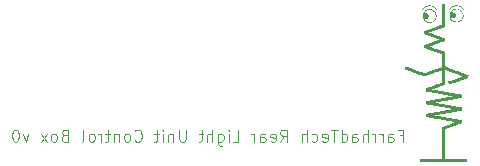
<source format=gbr>
%TF.GenerationSoftware,KiCad,Pcbnew,8.0.8*%
%TF.CreationDate,2025-03-27T22:39:19-04:00*%
%TF.ProjectId,rear_lights_unit_control_box,72656172-5f6c-4696-9768-74735f756e69,0*%
%TF.SameCoordinates,Original*%
%TF.FileFunction,Legend,Bot*%
%TF.FilePolarity,Positive*%
%FSLAX46Y46*%
G04 Gerber Fmt 4.6, Leading zero omitted, Abs format (unit mm)*
G04 Created by KiCad (PCBNEW 8.0.8) date 2025-03-27 22:39:19*
%MOMM*%
%LPD*%
G01*
G04 APERTURE LIST*
%ADD10C,0.100000*%
%ADD11C,0.000000*%
G04 APERTURE END LIST*
D10*
X141348782Y-98154609D02*
X141682115Y-98154609D01*
X141682115Y-98678419D02*
X141682115Y-97678419D01*
X141682115Y-97678419D02*
X141205925Y-97678419D01*
X140396401Y-98678419D02*
X140396401Y-98154609D01*
X140396401Y-98154609D02*
X140444020Y-98059371D01*
X140444020Y-98059371D02*
X140539258Y-98011752D01*
X140539258Y-98011752D02*
X140729734Y-98011752D01*
X140729734Y-98011752D02*
X140824972Y-98059371D01*
X140396401Y-98630800D02*
X140491639Y-98678419D01*
X140491639Y-98678419D02*
X140729734Y-98678419D01*
X140729734Y-98678419D02*
X140824972Y-98630800D01*
X140824972Y-98630800D02*
X140872591Y-98535561D01*
X140872591Y-98535561D02*
X140872591Y-98440323D01*
X140872591Y-98440323D02*
X140824972Y-98345085D01*
X140824972Y-98345085D02*
X140729734Y-98297466D01*
X140729734Y-98297466D02*
X140491639Y-98297466D01*
X140491639Y-98297466D02*
X140396401Y-98249847D01*
X139920210Y-98678419D02*
X139920210Y-98011752D01*
X139920210Y-98202228D02*
X139872591Y-98106990D01*
X139872591Y-98106990D02*
X139824972Y-98059371D01*
X139824972Y-98059371D02*
X139729734Y-98011752D01*
X139729734Y-98011752D02*
X139634496Y-98011752D01*
X139301162Y-98678419D02*
X139301162Y-98011752D01*
X139301162Y-98202228D02*
X139253543Y-98106990D01*
X139253543Y-98106990D02*
X139205924Y-98059371D01*
X139205924Y-98059371D02*
X139110686Y-98011752D01*
X139110686Y-98011752D02*
X139015448Y-98011752D01*
X138682114Y-98678419D02*
X138682114Y-97678419D01*
X138253543Y-98678419D02*
X138253543Y-98154609D01*
X138253543Y-98154609D02*
X138301162Y-98059371D01*
X138301162Y-98059371D02*
X138396400Y-98011752D01*
X138396400Y-98011752D02*
X138539257Y-98011752D01*
X138539257Y-98011752D02*
X138634495Y-98059371D01*
X138634495Y-98059371D02*
X138682114Y-98106990D01*
X137348781Y-98678419D02*
X137348781Y-98154609D01*
X137348781Y-98154609D02*
X137396400Y-98059371D01*
X137396400Y-98059371D02*
X137491638Y-98011752D01*
X137491638Y-98011752D02*
X137682114Y-98011752D01*
X137682114Y-98011752D02*
X137777352Y-98059371D01*
X137348781Y-98630800D02*
X137444019Y-98678419D01*
X137444019Y-98678419D02*
X137682114Y-98678419D01*
X137682114Y-98678419D02*
X137777352Y-98630800D01*
X137777352Y-98630800D02*
X137824971Y-98535561D01*
X137824971Y-98535561D02*
X137824971Y-98440323D01*
X137824971Y-98440323D02*
X137777352Y-98345085D01*
X137777352Y-98345085D02*
X137682114Y-98297466D01*
X137682114Y-98297466D02*
X137444019Y-98297466D01*
X137444019Y-98297466D02*
X137348781Y-98249847D01*
X136444019Y-98678419D02*
X136444019Y-97678419D01*
X136444019Y-98630800D02*
X136539257Y-98678419D01*
X136539257Y-98678419D02*
X136729733Y-98678419D01*
X136729733Y-98678419D02*
X136824971Y-98630800D01*
X136824971Y-98630800D02*
X136872590Y-98583180D01*
X136872590Y-98583180D02*
X136920209Y-98487942D01*
X136920209Y-98487942D02*
X136920209Y-98202228D01*
X136920209Y-98202228D02*
X136872590Y-98106990D01*
X136872590Y-98106990D02*
X136824971Y-98059371D01*
X136824971Y-98059371D02*
X136729733Y-98011752D01*
X136729733Y-98011752D02*
X136539257Y-98011752D01*
X136539257Y-98011752D02*
X136444019Y-98059371D01*
X136110685Y-97678419D02*
X135539257Y-97678419D01*
X135824971Y-98678419D02*
X135824971Y-97678419D01*
X134824971Y-98630800D02*
X134920209Y-98678419D01*
X134920209Y-98678419D02*
X135110685Y-98678419D01*
X135110685Y-98678419D02*
X135205923Y-98630800D01*
X135205923Y-98630800D02*
X135253542Y-98535561D01*
X135253542Y-98535561D02*
X135253542Y-98154609D01*
X135253542Y-98154609D02*
X135205923Y-98059371D01*
X135205923Y-98059371D02*
X135110685Y-98011752D01*
X135110685Y-98011752D02*
X134920209Y-98011752D01*
X134920209Y-98011752D02*
X134824971Y-98059371D01*
X134824971Y-98059371D02*
X134777352Y-98154609D01*
X134777352Y-98154609D02*
X134777352Y-98249847D01*
X134777352Y-98249847D02*
X135253542Y-98345085D01*
X133920209Y-98630800D02*
X134015447Y-98678419D01*
X134015447Y-98678419D02*
X134205923Y-98678419D01*
X134205923Y-98678419D02*
X134301161Y-98630800D01*
X134301161Y-98630800D02*
X134348780Y-98583180D01*
X134348780Y-98583180D02*
X134396399Y-98487942D01*
X134396399Y-98487942D02*
X134396399Y-98202228D01*
X134396399Y-98202228D02*
X134348780Y-98106990D01*
X134348780Y-98106990D02*
X134301161Y-98059371D01*
X134301161Y-98059371D02*
X134205923Y-98011752D01*
X134205923Y-98011752D02*
X134015447Y-98011752D01*
X134015447Y-98011752D02*
X133920209Y-98059371D01*
X133491637Y-98678419D02*
X133491637Y-97678419D01*
X133063066Y-98678419D02*
X133063066Y-98154609D01*
X133063066Y-98154609D02*
X133110685Y-98059371D01*
X133110685Y-98059371D02*
X133205923Y-98011752D01*
X133205923Y-98011752D02*
X133348780Y-98011752D01*
X133348780Y-98011752D02*
X133444018Y-98059371D01*
X133444018Y-98059371D02*
X133491637Y-98106990D01*
X131253542Y-98678419D02*
X131586875Y-98202228D01*
X131824970Y-98678419D02*
X131824970Y-97678419D01*
X131824970Y-97678419D02*
X131444018Y-97678419D01*
X131444018Y-97678419D02*
X131348780Y-97726038D01*
X131348780Y-97726038D02*
X131301161Y-97773657D01*
X131301161Y-97773657D02*
X131253542Y-97868895D01*
X131253542Y-97868895D02*
X131253542Y-98011752D01*
X131253542Y-98011752D02*
X131301161Y-98106990D01*
X131301161Y-98106990D02*
X131348780Y-98154609D01*
X131348780Y-98154609D02*
X131444018Y-98202228D01*
X131444018Y-98202228D02*
X131824970Y-98202228D01*
X130444018Y-98630800D02*
X130539256Y-98678419D01*
X130539256Y-98678419D02*
X130729732Y-98678419D01*
X130729732Y-98678419D02*
X130824970Y-98630800D01*
X130824970Y-98630800D02*
X130872589Y-98535561D01*
X130872589Y-98535561D02*
X130872589Y-98154609D01*
X130872589Y-98154609D02*
X130824970Y-98059371D01*
X130824970Y-98059371D02*
X130729732Y-98011752D01*
X130729732Y-98011752D02*
X130539256Y-98011752D01*
X130539256Y-98011752D02*
X130444018Y-98059371D01*
X130444018Y-98059371D02*
X130396399Y-98154609D01*
X130396399Y-98154609D02*
X130396399Y-98249847D01*
X130396399Y-98249847D02*
X130872589Y-98345085D01*
X129539256Y-98678419D02*
X129539256Y-98154609D01*
X129539256Y-98154609D02*
X129586875Y-98059371D01*
X129586875Y-98059371D02*
X129682113Y-98011752D01*
X129682113Y-98011752D02*
X129872589Y-98011752D01*
X129872589Y-98011752D02*
X129967827Y-98059371D01*
X129539256Y-98630800D02*
X129634494Y-98678419D01*
X129634494Y-98678419D02*
X129872589Y-98678419D01*
X129872589Y-98678419D02*
X129967827Y-98630800D01*
X129967827Y-98630800D02*
X130015446Y-98535561D01*
X130015446Y-98535561D02*
X130015446Y-98440323D01*
X130015446Y-98440323D02*
X129967827Y-98345085D01*
X129967827Y-98345085D02*
X129872589Y-98297466D01*
X129872589Y-98297466D02*
X129634494Y-98297466D01*
X129634494Y-98297466D02*
X129539256Y-98249847D01*
X129063065Y-98678419D02*
X129063065Y-98011752D01*
X129063065Y-98202228D02*
X129015446Y-98106990D01*
X129015446Y-98106990D02*
X128967827Y-98059371D01*
X128967827Y-98059371D02*
X128872589Y-98011752D01*
X128872589Y-98011752D02*
X128777351Y-98011752D01*
X127205922Y-98678419D02*
X127682112Y-98678419D01*
X127682112Y-98678419D02*
X127682112Y-97678419D01*
X126872588Y-98678419D02*
X126872588Y-98011752D01*
X126872588Y-97678419D02*
X126920207Y-97726038D01*
X126920207Y-97726038D02*
X126872588Y-97773657D01*
X126872588Y-97773657D02*
X126824969Y-97726038D01*
X126824969Y-97726038D02*
X126872588Y-97678419D01*
X126872588Y-97678419D02*
X126872588Y-97773657D01*
X125967827Y-98011752D02*
X125967827Y-98821276D01*
X125967827Y-98821276D02*
X126015446Y-98916514D01*
X126015446Y-98916514D02*
X126063065Y-98964133D01*
X126063065Y-98964133D02*
X126158303Y-99011752D01*
X126158303Y-99011752D02*
X126301160Y-99011752D01*
X126301160Y-99011752D02*
X126396398Y-98964133D01*
X125967827Y-98630800D02*
X126063065Y-98678419D01*
X126063065Y-98678419D02*
X126253541Y-98678419D01*
X126253541Y-98678419D02*
X126348779Y-98630800D01*
X126348779Y-98630800D02*
X126396398Y-98583180D01*
X126396398Y-98583180D02*
X126444017Y-98487942D01*
X126444017Y-98487942D02*
X126444017Y-98202228D01*
X126444017Y-98202228D02*
X126396398Y-98106990D01*
X126396398Y-98106990D02*
X126348779Y-98059371D01*
X126348779Y-98059371D02*
X126253541Y-98011752D01*
X126253541Y-98011752D02*
X126063065Y-98011752D01*
X126063065Y-98011752D02*
X125967827Y-98059371D01*
X125491636Y-98678419D02*
X125491636Y-97678419D01*
X125063065Y-98678419D02*
X125063065Y-98154609D01*
X125063065Y-98154609D02*
X125110684Y-98059371D01*
X125110684Y-98059371D02*
X125205922Y-98011752D01*
X125205922Y-98011752D02*
X125348779Y-98011752D01*
X125348779Y-98011752D02*
X125444017Y-98059371D01*
X125444017Y-98059371D02*
X125491636Y-98106990D01*
X124729731Y-98011752D02*
X124348779Y-98011752D01*
X124586874Y-97678419D02*
X124586874Y-98535561D01*
X124586874Y-98535561D02*
X124539255Y-98630800D01*
X124539255Y-98630800D02*
X124444017Y-98678419D01*
X124444017Y-98678419D02*
X124348779Y-98678419D01*
X123253540Y-97678419D02*
X123253540Y-98487942D01*
X123253540Y-98487942D02*
X123205921Y-98583180D01*
X123205921Y-98583180D02*
X123158302Y-98630800D01*
X123158302Y-98630800D02*
X123063064Y-98678419D01*
X123063064Y-98678419D02*
X122872588Y-98678419D01*
X122872588Y-98678419D02*
X122777350Y-98630800D01*
X122777350Y-98630800D02*
X122729731Y-98583180D01*
X122729731Y-98583180D02*
X122682112Y-98487942D01*
X122682112Y-98487942D02*
X122682112Y-97678419D01*
X122205921Y-98011752D02*
X122205921Y-98678419D01*
X122205921Y-98106990D02*
X122158302Y-98059371D01*
X122158302Y-98059371D02*
X122063064Y-98011752D01*
X122063064Y-98011752D02*
X121920207Y-98011752D01*
X121920207Y-98011752D02*
X121824969Y-98059371D01*
X121824969Y-98059371D02*
X121777350Y-98154609D01*
X121777350Y-98154609D02*
X121777350Y-98678419D01*
X121301159Y-98678419D02*
X121301159Y-98011752D01*
X121301159Y-97678419D02*
X121348778Y-97726038D01*
X121348778Y-97726038D02*
X121301159Y-97773657D01*
X121301159Y-97773657D02*
X121253540Y-97726038D01*
X121253540Y-97726038D02*
X121301159Y-97678419D01*
X121301159Y-97678419D02*
X121301159Y-97773657D01*
X120967826Y-98011752D02*
X120586874Y-98011752D01*
X120824969Y-97678419D02*
X120824969Y-98535561D01*
X120824969Y-98535561D02*
X120777350Y-98630800D01*
X120777350Y-98630800D02*
X120682112Y-98678419D01*
X120682112Y-98678419D02*
X120586874Y-98678419D01*
X118920207Y-98583180D02*
X118967826Y-98630800D01*
X118967826Y-98630800D02*
X119110683Y-98678419D01*
X119110683Y-98678419D02*
X119205921Y-98678419D01*
X119205921Y-98678419D02*
X119348778Y-98630800D01*
X119348778Y-98630800D02*
X119444016Y-98535561D01*
X119444016Y-98535561D02*
X119491635Y-98440323D01*
X119491635Y-98440323D02*
X119539254Y-98249847D01*
X119539254Y-98249847D02*
X119539254Y-98106990D01*
X119539254Y-98106990D02*
X119491635Y-97916514D01*
X119491635Y-97916514D02*
X119444016Y-97821276D01*
X119444016Y-97821276D02*
X119348778Y-97726038D01*
X119348778Y-97726038D02*
X119205921Y-97678419D01*
X119205921Y-97678419D02*
X119110683Y-97678419D01*
X119110683Y-97678419D02*
X118967826Y-97726038D01*
X118967826Y-97726038D02*
X118920207Y-97773657D01*
X118348778Y-98678419D02*
X118444016Y-98630800D01*
X118444016Y-98630800D02*
X118491635Y-98583180D01*
X118491635Y-98583180D02*
X118539254Y-98487942D01*
X118539254Y-98487942D02*
X118539254Y-98202228D01*
X118539254Y-98202228D02*
X118491635Y-98106990D01*
X118491635Y-98106990D02*
X118444016Y-98059371D01*
X118444016Y-98059371D02*
X118348778Y-98011752D01*
X118348778Y-98011752D02*
X118205921Y-98011752D01*
X118205921Y-98011752D02*
X118110683Y-98059371D01*
X118110683Y-98059371D02*
X118063064Y-98106990D01*
X118063064Y-98106990D02*
X118015445Y-98202228D01*
X118015445Y-98202228D02*
X118015445Y-98487942D01*
X118015445Y-98487942D02*
X118063064Y-98583180D01*
X118063064Y-98583180D02*
X118110683Y-98630800D01*
X118110683Y-98630800D02*
X118205921Y-98678419D01*
X118205921Y-98678419D02*
X118348778Y-98678419D01*
X117586873Y-98011752D02*
X117586873Y-98678419D01*
X117586873Y-98106990D02*
X117539254Y-98059371D01*
X117539254Y-98059371D02*
X117444016Y-98011752D01*
X117444016Y-98011752D02*
X117301159Y-98011752D01*
X117301159Y-98011752D02*
X117205921Y-98059371D01*
X117205921Y-98059371D02*
X117158302Y-98154609D01*
X117158302Y-98154609D02*
X117158302Y-98678419D01*
X116824968Y-98011752D02*
X116444016Y-98011752D01*
X116682111Y-97678419D02*
X116682111Y-98535561D01*
X116682111Y-98535561D02*
X116634492Y-98630800D01*
X116634492Y-98630800D02*
X116539254Y-98678419D01*
X116539254Y-98678419D02*
X116444016Y-98678419D01*
X116110682Y-98678419D02*
X116110682Y-98011752D01*
X116110682Y-98202228D02*
X116063063Y-98106990D01*
X116063063Y-98106990D02*
X116015444Y-98059371D01*
X116015444Y-98059371D02*
X115920206Y-98011752D01*
X115920206Y-98011752D02*
X115824968Y-98011752D01*
X115348777Y-98678419D02*
X115444015Y-98630800D01*
X115444015Y-98630800D02*
X115491634Y-98583180D01*
X115491634Y-98583180D02*
X115539253Y-98487942D01*
X115539253Y-98487942D02*
X115539253Y-98202228D01*
X115539253Y-98202228D02*
X115491634Y-98106990D01*
X115491634Y-98106990D02*
X115444015Y-98059371D01*
X115444015Y-98059371D02*
X115348777Y-98011752D01*
X115348777Y-98011752D02*
X115205920Y-98011752D01*
X115205920Y-98011752D02*
X115110682Y-98059371D01*
X115110682Y-98059371D02*
X115063063Y-98106990D01*
X115063063Y-98106990D02*
X115015444Y-98202228D01*
X115015444Y-98202228D02*
X115015444Y-98487942D01*
X115015444Y-98487942D02*
X115063063Y-98583180D01*
X115063063Y-98583180D02*
X115110682Y-98630800D01*
X115110682Y-98630800D02*
X115205920Y-98678419D01*
X115205920Y-98678419D02*
X115348777Y-98678419D01*
X114444015Y-98678419D02*
X114539253Y-98630800D01*
X114539253Y-98630800D02*
X114586872Y-98535561D01*
X114586872Y-98535561D02*
X114586872Y-97678419D01*
X112967824Y-98154609D02*
X112824967Y-98202228D01*
X112824967Y-98202228D02*
X112777348Y-98249847D01*
X112777348Y-98249847D02*
X112729729Y-98345085D01*
X112729729Y-98345085D02*
X112729729Y-98487942D01*
X112729729Y-98487942D02*
X112777348Y-98583180D01*
X112777348Y-98583180D02*
X112824967Y-98630800D01*
X112824967Y-98630800D02*
X112920205Y-98678419D01*
X112920205Y-98678419D02*
X113301157Y-98678419D01*
X113301157Y-98678419D02*
X113301157Y-97678419D01*
X113301157Y-97678419D02*
X112967824Y-97678419D01*
X112967824Y-97678419D02*
X112872586Y-97726038D01*
X112872586Y-97726038D02*
X112824967Y-97773657D01*
X112824967Y-97773657D02*
X112777348Y-97868895D01*
X112777348Y-97868895D02*
X112777348Y-97964133D01*
X112777348Y-97964133D02*
X112824967Y-98059371D01*
X112824967Y-98059371D02*
X112872586Y-98106990D01*
X112872586Y-98106990D02*
X112967824Y-98154609D01*
X112967824Y-98154609D02*
X113301157Y-98154609D01*
X112158300Y-98678419D02*
X112253538Y-98630800D01*
X112253538Y-98630800D02*
X112301157Y-98583180D01*
X112301157Y-98583180D02*
X112348776Y-98487942D01*
X112348776Y-98487942D02*
X112348776Y-98202228D01*
X112348776Y-98202228D02*
X112301157Y-98106990D01*
X112301157Y-98106990D02*
X112253538Y-98059371D01*
X112253538Y-98059371D02*
X112158300Y-98011752D01*
X112158300Y-98011752D02*
X112015443Y-98011752D01*
X112015443Y-98011752D02*
X111920205Y-98059371D01*
X111920205Y-98059371D02*
X111872586Y-98106990D01*
X111872586Y-98106990D02*
X111824967Y-98202228D01*
X111824967Y-98202228D02*
X111824967Y-98487942D01*
X111824967Y-98487942D02*
X111872586Y-98583180D01*
X111872586Y-98583180D02*
X111920205Y-98630800D01*
X111920205Y-98630800D02*
X112015443Y-98678419D01*
X112015443Y-98678419D02*
X112158300Y-98678419D01*
X111491633Y-98678419D02*
X110967824Y-98011752D01*
X111491633Y-98011752D02*
X110967824Y-98678419D01*
X109920204Y-98011752D02*
X109682109Y-98678419D01*
X109682109Y-98678419D02*
X109444014Y-98011752D01*
X108872585Y-97678419D02*
X108777347Y-97678419D01*
X108777347Y-97678419D02*
X108682109Y-97726038D01*
X108682109Y-97726038D02*
X108634490Y-97773657D01*
X108634490Y-97773657D02*
X108586871Y-97868895D01*
X108586871Y-97868895D02*
X108539252Y-98059371D01*
X108539252Y-98059371D02*
X108539252Y-98297466D01*
X108539252Y-98297466D02*
X108586871Y-98487942D01*
X108586871Y-98487942D02*
X108634490Y-98583180D01*
X108634490Y-98583180D02*
X108682109Y-98630800D01*
X108682109Y-98630800D02*
X108777347Y-98678419D01*
X108777347Y-98678419D02*
X108872585Y-98678419D01*
X108872585Y-98678419D02*
X108967823Y-98630800D01*
X108967823Y-98630800D02*
X109015442Y-98583180D01*
X109015442Y-98583180D02*
X109063061Y-98487942D01*
X109063061Y-98487942D02*
X109110680Y-98297466D01*
X109110680Y-98297466D02*
X109110680Y-98059371D01*
X109110680Y-98059371D02*
X109063061Y-97868895D01*
X109063061Y-97868895D02*
X109015442Y-97773657D01*
X109015442Y-97773657D02*
X108967823Y-97726038D01*
X108967823Y-97726038D02*
X108872585Y-97678419D01*
D11*
%TO.C,G\u002A\u002A\u002A*%
G36*
X143947242Y-87137650D02*
G01*
X144036254Y-87148089D01*
X144123175Y-87168293D01*
X144206765Y-87198164D01*
X144285784Y-87237604D01*
X144358991Y-87286513D01*
X144425146Y-87344793D01*
X144483010Y-87412346D01*
X144490648Y-87423143D01*
X144505228Y-87445610D01*
X144519710Y-87469772D01*
X144532291Y-87492450D01*
X144541163Y-87510465D01*
X144544521Y-87520639D01*
X144539155Y-87522352D01*
X144523875Y-87523664D01*
X144502158Y-87524166D01*
X144459795Y-87524166D01*
X144440125Y-87489440D01*
X144425858Y-87466091D01*
X144379835Y-87407159D01*
X144323379Y-87353785D01*
X144258036Y-87306982D01*
X144185349Y-87267766D01*
X144106865Y-87237152D01*
X144024128Y-87216155D01*
X143986919Y-87211021D01*
X143933780Y-87207832D01*
X143876293Y-87207904D01*
X143818786Y-87211094D01*
X143765581Y-87217257D01*
X143721006Y-87226250D01*
X143675548Y-87240946D01*
X143620367Y-87264121D01*
X143565328Y-87292119D01*
X143514753Y-87322723D01*
X143472959Y-87353712D01*
X143464484Y-87361100D01*
X143435397Y-87389243D01*
X143406614Y-87420770D01*
X143380595Y-87452714D01*
X143359802Y-87482105D01*
X143346695Y-87505976D01*
X143345163Y-87509510D01*
X143340086Y-87517678D01*
X143332059Y-87522063D01*
X143317656Y-87523835D01*
X143293451Y-87524166D01*
X143247840Y-87524166D01*
X143265409Y-87489496D01*
X143266116Y-87488110D01*
X143290295Y-87447233D01*
X143321581Y-87403434D01*
X143356443Y-87361312D01*
X143391352Y-87325463D01*
X143438704Y-87285628D01*
X143514220Y-87235399D01*
X143595085Y-87195528D01*
X143680060Y-87165916D01*
X143767905Y-87146465D01*
X143857379Y-87137076D01*
X143947242Y-87137650D01*
G37*
G36*
X146229273Y-87137650D02*
G01*
X146318285Y-87148089D01*
X146405206Y-87168293D01*
X146488796Y-87198164D01*
X146567815Y-87237604D01*
X146641022Y-87286513D01*
X146707178Y-87344793D01*
X146765041Y-87412346D01*
X146772679Y-87423143D01*
X146787259Y-87445610D01*
X146801742Y-87469772D01*
X146814322Y-87492450D01*
X146823194Y-87510465D01*
X146826553Y-87520639D01*
X146821186Y-87522352D01*
X146805906Y-87523664D01*
X146784189Y-87524166D01*
X146741826Y-87524166D01*
X146722156Y-87489440D01*
X146707889Y-87466091D01*
X146661866Y-87407159D01*
X146605411Y-87353785D01*
X146540067Y-87306982D01*
X146467381Y-87267766D01*
X146388896Y-87237152D01*
X146306160Y-87216155D01*
X146268950Y-87211021D01*
X146215811Y-87207832D01*
X146158325Y-87207904D01*
X146100817Y-87211094D01*
X146047613Y-87217257D01*
X146003037Y-87226250D01*
X145957579Y-87240946D01*
X145902398Y-87264121D01*
X145847360Y-87292119D01*
X145796784Y-87322723D01*
X145754990Y-87353712D01*
X145746515Y-87361100D01*
X145717429Y-87389243D01*
X145688645Y-87420770D01*
X145662627Y-87452714D01*
X145641833Y-87482105D01*
X145628726Y-87505976D01*
X145627194Y-87509510D01*
X145622118Y-87517678D01*
X145614090Y-87522063D01*
X145599687Y-87523835D01*
X145575482Y-87524166D01*
X145529871Y-87524166D01*
X145547440Y-87489496D01*
X145548147Y-87488110D01*
X145572326Y-87447233D01*
X145603612Y-87403434D01*
X145638474Y-87361312D01*
X145673383Y-87325463D01*
X145720735Y-87285628D01*
X145796251Y-87235399D01*
X145877116Y-87195528D01*
X145962092Y-87165916D01*
X146049936Y-87146465D01*
X146139410Y-87137076D01*
X146229273Y-87137650D01*
G37*
G36*
X144484227Y-88053366D02*
G01*
X144481969Y-88104354D01*
X144476098Y-88147312D01*
X144454014Y-88226749D01*
X144419265Y-88306467D01*
X144373960Y-88379458D01*
X144318972Y-88444830D01*
X144255176Y-88501693D01*
X144183445Y-88549157D01*
X144104655Y-88586330D01*
X144019679Y-88612322D01*
X143999780Y-88615817D01*
X143959899Y-88619313D01*
X143913382Y-88620377D01*
X143864119Y-88619138D01*
X143815997Y-88615727D01*
X143772903Y-88610274D01*
X143738726Y-88602910D01*
X143683356Y-88583662D01*
X143605389Y-88544918D01*
X143532718Y-88494236D01*
X143465825Y-88431917D01*
X143426871Y-88385822D01*
X143380866Y-88314955D01*
X143346203Y-88239279D01*
X143322951Y-88160076D01*
X143311176Y-88078632D01*
X143310944Y-87996231D01*
X143322324Y-87914156D01*
X143345381Y-87833691D01*
X143346330Y-87831575D01*
X143420042Y-87831575D01*
X143421221Y-87831921D01*
X143430106Y-87827961D01*
X143444847Y-87819081D01*
X143488315Y-87797203D01*
X143538140Y-87784964D01*
X143589262Y-87783905D01*
X143639802Y-87793458D01*
X143687882Y-87813051D01*
X143731622Y-87842117D01*
X143769143Y-87880083D01*
X143798568Y-87926381D01*
X143806481Y-87942991D01*
X143813889Y-87961880D01*
X143818028Y-87980194D01*
X143819830Y-88002531D01*
X143820224Y-88033489D01*
X143820048Y-88056520D01*
X143818747Y-88080927D01*
X143815384Y-88099944D01*
X143809038Y-88118159D01*
X143798785Y-88140156D01*
X143794043Y-88149283D01*
X143761838Y-88195428D01*
X143720448Y-88234574D01*
X143672839Y-88263809D01*
X143666234Y-88266840D01*
X143646745Y-88274461D01*
X143627579Y-88278921D01*
X143604227Y-88281015D01*
X143572178Y-88281536D01*
X143562444Y-88281525D01*
X143538521Y-88281082D01*
X143519429Y-88279295D01*
X143501846Y-88275226D01*
X143482452Y-88267936D01*
X143457927Y-88256488D01*
X143424951Y-88239943D01*
X143422348Y-88241085D01*
X143425120Y-88251035D01*
X143433399Y-88268487D01*
X143446245Y-88291499D01*
X143462719Y-88318126D01*
X143475576Y-88337025D01*
X143527236Y-88398363D01*
X143587752Y-88450988D01*
X143655501Y-88493824D01*
X143728861Y-88525795D01*
X143806208Y-88545826D01*
X143840161Y-88550678D01*
X143923023Y-88553598D01*
X144003453Y-88543844D01*
X144080472Y-88521748D01*
X144153101Y-88487641D01*
X144220360Y-88441856D01*
X144281270Y-88384724D01*
X144321321Y-88334890D01*
X144362167Y-88266610D01*
X144392603Y-88193065D01*
X144411721Y-88116540D01*
X144418613Y-88039317D01*
X144418461Y-88024234D01*
X144410069Y-87946226D01*
X144389596Y-87869395D01*
X144357942Y-87795910D01*
X144316005Y-87727943D01*
X144264684Y-87667662D01*
X144202970Y-87614607D01*
X144134356Y-87572395D01*
X144060069Y-87542074D01*
X143980414Y-87523767D01*
X143895697Y-87517598D01*
X143890627Y-87517618D01*
X143808594Y-87524673D01*
X143730249Y-87544003D01*
X143656717Y-87575031D01*
X143589126Y-87617179D01*
X143528602Y-87669869D01*
X143476273Y-87732526D01*
X143461092Y-87755037D01*
X143445748Y-87779811D01*
X143432630Y-87802874D01*
X143423480Y-87821152D01*
X143420042Y-87831575D01*
X143346330Y-87831575D01*
X143380182Y-87756121D01*
X143426795Y-87682730D01*
X143468924Y-87632294D01*
X143531098Y-87575125D01*
X143600331Y-87527893D01*
X143675236Y-87491031D01*
X143754424Y-87464969D01*
X143836510Y-87450141D01*
X143920105Y-87446978D01*
X144003824Y-87455912D01*
X144086278Y-87477375D01*
X144139867Y-87498894D01*
X144214473Y-87540274D01*
X144282591Y-87591957D01*
X144342993Y-87652653D01*
X144394452Y-87721072D01*
X144435741Y-87795926D01*
X144465631Y-87875923D01*
X144471097Y-87898205D01*
X144478614Y-87945693D01*
X144483050Y-87998946D01*
X144483923Y-88039317D01*
X144484227Y-88053366D01*
G37*
G36*
X146766259Y-88013678D02*
G01*
X146764000Y-88064666D01*
X146758129Y-88107625D01*
X146736045Y-88187062D01*
X146701297Y-88266780D01*
X146655991Y-88339770D01*
X146601003Y-88405143D01*
X146537207Y-88462006D01*
X146465476Y-88509469D01*
X146386686Y-88546643D01*
X146301710Y-88572635D01*
X146281811Y-88576129D01*
X146241930Y-88579626D01*
X146195414Y-88580689D01*
X146146150Y-88579451D01*
X146098028Y-88576040D01*
X146054935Y-88570587D01*
X146020757Y-88563222D01*
X145965388Y-88543974D01*
X145887420Y-88505231D01*
X145814749Y-88454549D01*
X145747856Y-88392230D01*
X145708902Y-88346134D01*
X145662897Y-88275268D01*
X145628235Y-88199591D01*
X145604982Y-88120389D01*
X145593207Y-88038945D01*
X145592976Y-87956543D01*
X145604355Y-87874468D01*
X145627412Y-87794003D01*
X145628361Y-87791887D01*
X145702073Y-87791887D01*
X145703252Y-87792233D01*
X145712138Y-87788274D01*
X145726878Y-87779394D01*
X145770346Y-87757516D01*
X145820171Y-87745276D01*
X145871294Y-87744218D01*
X145921834Y-87753770D01*
X145969913Y-87773364D01*
X146013653Y-87802429D01*
X146051174Y-87840396D01*
X146080599Y-87886694D01*
X146088513Y-87903303D01*
X146095920Y-87922192D01*
X146100060Y-87940506D01*
X146101862Y-87962843D01*
X146102256Y-87993802D01*
X146102079Y-88016833D01*
X146100779Y-88041239D01*
X146097416Y-88060257D01*
X146091069Y-88078471D01*
X146080816Y-88100469D01*
X146076075Y-88109595D01*
X146043869Y-88155741D01*
X146002479Y-88194887D01*
X145954870Y-88224121D01*
X145948266Y-88227152D01*
X145928776Y-88234773D01*
X145909610Y-88239233D01*
X145886258Y-88241327D01*
X145854209Y-88241849D01*
X145844476Y-88241838D01*
X145820552Y-88241395D01*
X145801460Y-88239608D01*
X145783877Y-88235538D01*
X145764484Y-88228249D01*
X145739959Y-88216801D01*
X145706982Y-88200256D01*
X145704379Y-88201398D01*
X145707151Y-88211347D01*
X145715430Y-88228800D01*
X145728276Y-88251812D01*
X145744750Y-88278439D01*
X145757607Y-88297337D01*
X145809267Y-88358675D01*
X145869783Y-88411300D01*
X145937532Y-88454136D01*
X146010892Y-88486108D01*
X146088239Y-88506139D01*
X146122192Y-88510990D01*
X146205054Y-88513911D01*
X146285484Y-88504157D01*
X146362503Y-88482061D01*
X146435132Y-88447954D01*
X146502391Y-88402168D01*
X146563301Y-88345037D01*
X146603352Y-88295203D01*
X146644198Y-88226922D01*
X146674634Y-88153378D01*
X146693752Y-88076852D01*
X146700645Y-87999629D01*
X146700492Y-87984547D01*
X146692100Y-87906538D01*
X146671628Y-87829707D01*
X146639974Y-87756223D01*
X146598036Y-87688255D01*
X146546715Y-87627974D01*
X146485001Y-87574919D01*
X146416388Y-87532708D01*
X146342100Y-87502386D01*
X146262445Y-87484079D01*
X146177728Y-87477911D01*
X146172659Y-87477931D01*
X146090625Y-87484986D01*
X146012280Y-87504316D01*
X145938748Y-87535343D01*
X145871157Y-87577491D01*
X145810634Y-87630182D01*
X145758304Y-87692838D01*
X145743123Y-87715349D01*
X145727780Y-87740124D01*
X145714661Y-87763186D01*
X145705511Y-87781465D01*
X145702073Y-87791887D01*
X145628361Y-87791887D01*
X145662213Y-87716433D01*
X145708826Y-87643042D01*
X145750955Y-87592607D01*
X145813130Y-87535438D01*
X145882363Y-87488206D01*
X145957267Y-87451343D01*
X146036455Y-87425282D01*
X146118541Y-87410454D01*
X146202136Y-87407291D01*
X146285855Y-87416224D01*
X146368310Y-87437687D01*
X146421898Y-87459206D01*
X146496504Y-87500587D01*
X146564622Y-87552269D01*
X146625024Y-87612965D01*
X146676483Y-87681385D01*
X146717772Y-87756238D01*
X146747663Y-87836236D01*
X146753129Y-87858518D01*
X146760645Y-87906006D01*
X146765081Y-87959259D01*
X146765955Y-87999629D01*
X146766259Y-88013678D01*
G37*
G36*
X145192750Y-87960338D02*
G01*
X145192750Y-87971164D01*
X145192697Y-88117453D01*
X145192552Y-88251595D01*
X145192314Y-88373491D01*
X145191986Y-88483044D01*
X145191567Y-88580155D01*
X145191059Y-88664725D01*
X145190461Y-88736657D01*
X145189775Y-88795851D01*
X145189001Y-88842210D01*
X145188141Y-88875636D01*
X145187194Y-88896029D01*
X145186162Y-88903291D01*
X145185971Y-88903418D01*
X145181939Y-88912572D01*
X145181201Y-88928342D01*
X145182829Y-88949321D01*
X144520200Y-89190965D01*
X144431411Y-89223364D01*
X144345178Y-89254869D01*
X144263261Y-89284836D01*
X144186472Y-89312966D01*
X144115621Y-89338961D01*
X144051521Y-89362522D01*
X143994983Y-89383350D01*
X143946819Y-89401148D01*
X143907840Y-89415615D01*
X143878857Y-89426454D01*
X143860683Y-89433366D01*
X143854129Y-89436052D01*
X143858042Y-89437863D01*
X143873313Y-89443885D01*
X143899171Y-89453753D01*
X143934608Y-89467098D01*
X143978616Y-89483551D01*
X144030189Y-89502741D01*
X144088319Y-89524298D01*
X144151998Y-89547853D01*
X144220219Y-89573037D01*
X144291974Y-89599478D01*
X144366256Y-89626807D01*
X144442058Y-89654655D01*
X144518371Y-89682652D01*
X144594188Y-89710427D01*
X144668502Y-89737612D01*
X144740306Y-89763835D01*
X144808592Y-89788728D01*
X144872352Y-89811920D01*
X144930578Y-89833042D01*
X144982265Y-89851724D01*
X145026403Y-89867596D01*
X145061985Y-89880288D01*
X145088005Y-89889430D01*
X145103454Y-89894653D01*
X145108251Y-89896256D01*
X145129139Y-89904028D01*
X145151337Y-89913126D01*
X145159644Y-89916599D01*
X145176363Y-89922803D01*
X145186064Y-89925260D01*
X145188566Y-89930071D01*
X145190736Y-89945689D01*
X145192207Y-89969589D01*
X145192998Y-89999150D01*
X145193126Y-90031751D01*
X145192610Y-90064770D01*
X145191470Y-90095586D01*
X145189722Y-90121578D01*
X145187387Y-90140124D01*
X145184482Y-90148604D01*
X145176527Y-90152849D01*
X145158845Y-90159734D01*
X145136527Y-90166940D01*
X145126249Y-90170287D01*
X145104225Y-90177877D01*
X145072148Y-90189150D01*
X145031042Y-90203733D01*
X144981929Y-90221257D01*
X144925831Y-90241350D01*
X144863773Y-90263641D01*
X144796775Y-90287761D01*
X144725862Y-90313337D01*
X144652056Y-90340000D01*
X144576380Y-90367378D01*
X144499856Y-90395100D01*
X144423508Y-90422797D01*
X144348358Y-90450096D01*
X144275429Y-90476627D01*
X144205744Y-90502020D01*
X144140326Y-90525903D01*
X144080196Y-90547905D01*
X144026379Y-90567657D01*
X143979897Y-90584787D01*
X143941773Y-90598924D01*
X143913029Y-90609697D01*
X143894689Y-90616736D01*
X143887775Y-90619670D01*
X143892273Y-90622122D01*
X143908372Y-90628839D01*
X143935367Y-90639482D01*
X143972454Y-90653751D01*
X144018829Y-90671346D01*
X144073688Y-90691964D01*
X144136228Y-90715306D01*
X144205644Y-90741070D01*
X144281134Y-90768956D01*
X144361893Y-90798663D01*
X144447117Y-90829889D01*
X144536004Y-90862335D01*
X145189443Y-91100411D01*
X145191131Y-91709129D01*
X145192819Y-92317846D01*
X146170089Y-92673260D01*
X146231899Y-92695749D01*
X146339317Y-92734879D01*
X146442957Y-92772692D01*
X146542151Y-92808942D01*
X146636234Y-92843384D01*
X146724540Y-92875772D01*
X146806403Y-92905861D01*
X146881158Y-92933405D01*
X146948137Y-92958159D01*
X147006675Y-92979876D01*
X147056106Y-92998312D01*
X147095764Y-93013221D01*
X147124983Y-93024357D01*
X147143097Y-93031475D01*
X147149441Y-93034330D01*
X147149898Y-93035120D01*
X147158681Y-93041096D01*
X147174245Y-93047484D01*
X147177326Y-93048592D01*
X147191293Y-93056470D01*
X147196969Y-93064846D01*
X147195968Y-93076927D01*
X147192760Y-93099081D01*
X147187883Y-93127603D01*
X147181890Y-93159721D01*
X147175335Y-93192660D01*
X147168772Y-93223648D01*
X147162754Y-93249912D01*
X147157835Y-93268678D01*
X147154570Y-93277173D01*
X147150533Y-93279051D01*
X147134912Y-93285116D01*
X147108419Y-93294955D01*
X147071953Y-93308252D01*
X147026409Y-93324692D01*
X146972687Y-93343960D01*
X146911684Y-93365740D01*
X146844297Y-93389718D01*
X146771424Y-93415576D01*
X146693963Y-93443001D01*
X146612811Y-93471677D01*
X146528866Y-93501288D01*
X146443025Y-93531520D01*
X146356187Y-93562056D01*
X146269249Y-93592582D01*
X146183109Y-93622781D01*
X146098664Y-93652340D01*
X146016811Y-93680942D01*
X145938449Y-93708271D01*
X145864476Y-93734014D01*
X145795788Y-93757854D01*
X145733283Y-93779475D01*
X145677860Y-93798564D01*
X145630415Y-93814803D01*
X145591847Y-93827879D01*
X145563053Y-93837475D01*
X145544930Y-93843276D01*
X145538377Y-93844967D01*
X145536366Y-93841534D01*
X145530409Y-93827334D01*
X145521914Y-93804604D01*
X145511657Y-93775677D01*
X145500410Y-93742886D01*
X145488951Y-93708563D01*
X145478052Y-93675041D01*
X145468489Y-93644652D01*
X145461037Y-93619729D01*
X145456470Y-93602605D01*
X145455563Y-93595612D01*
X145457396Y-93594257D01*
X145469427Y-93588339D01*
X145487099Y-93581533D01*
X145516407Y-93571402D01*
X145572652Y-93551890D01*
X145635118Y-93530148D01*
X145702821Y-93506522D01*
X145774775Y-93481360D01*
X145849995Y-93455009D01*
X145927499Y-93427817D01*
X146006300Y-93400131D01*
X146085414Y-93372298D01*
X146163856Y-93344667D01*
X146240643Y-93317583D01*
X146314789Y-93291396D01*
X146385310Y-93266451D01*
X146451220Y-93243096D01*
X146511537Y-93221680D01*
X146565274Y-93202548D01*
X146611447Y-93186049D01*
X146649072Y-93172530D01*
X146677165Y-93162338D01*
X146694739Y-93155820D01*
X146700812Y-93153325D01*
X146697925Y-93152041D01*
X146683851Y-93146585D01*
X146658905Y-93137180D01*
X146624009Y-93124163D01*
X146580089Y-93107872D01*
X146528069Y-93088645D01*
X146468874Y-93066821D01*
X146403428Y-93042737D01*
X146332655Y-93016731D01*
X146257480Y-92989141D01*
X146178829Y-92960306D01*
X146097624Y-92930563D01*
X146014791Y-92900251D01*
X145931255Y-92869707D01*
X145847939Y-92839269D01*
X145765768Y-92809275D01*
X145685668Y-92780063D01*
X145608562Y-92751972D01*
X145535374Y-92725339D01*
X145467030Y-92700503D01*
X145404455Y-92677801D01*
X145348571Y-92657571D01*
X145300305Y-92640151D01*
X145260580Y-92625879D01*
X145230321Y-92615094D01*
X145210453Y-92608134D01*
X145201900Y-92605335D01*
X145201842Y-92605323D01*
X145200289Y-92606670D01*
X145198917Y-92611760D01*
X145197716Y-92621323D01*
X145196674Y-92636088D01*
X145195782Y-92656786D01*
X145195028Y-92684145D01*
X145194402Y-92718897D01*
X145193893Y-92761769D01*
X145193490Y-92813492D01*
X145193182Y-92874796D01*
X145192959Y-92946411D01*
X145192810Y-93029065D01*
X145192725Y-93123490D01*
X145192691Y-93230413D01*
X145192632Y-93857630D01*
X144647042Y-94056067D01*
X144575205Y-94082225D01*
X144497191Y-94110703D01*
X144423614Y-94137637D01*
X144355362Y-94162695D01*
X144293325Y-94185551D01*
X144238392Y-94205874D01*
X144191451Y-94223337D01*
X144153392Y-94237608D01*
X144125105Y-94248361D01*
X144107477Y-94255266D01*
X144101398Y-94257993D01*
X144105048Y-94259371D01*
X144120024Y-94262870D01*
X144144942Y-94267970D01*
X144178041Y-94274327D01*
X144217563Y-94281595D01*
X144261748Y-94289429D01*
X144285075Y-94293503D01*
X144337294Y-94302663D01*
X144397896Y-94313335D01*
X144463854Y-94324986D01*
X144532140Y-94337078D01*
X144599726Y-94349078D01*
X144663584Y-94360451D01*
X144713914Y-94369400D01*
X144770708Y-94379429D01*
X144824344Y-94388830D01*
X144872849Y-94397260D01*
X144914251Y-94404377D01*
X144946577Y-94409838D01*
X144967855Y-94413301D01*
X144998087Y-94418189D01*
X145037537Y-94424862D01*
X145079892Y-94432252D01*
X145119990Y-94439472D01*
X145149045Y-94444779D01*
X145195549Y-94453203D01*
X145250575Y-94463109D01*
X145313144Y-94474324D01*
X145382278Y-94486676D01*
X145456996Y-94499992D01*
X145536320Y-94514099D01*
X145619269Y-94528825D01*
X145704864Y-94543997D01*
X145792126Y-94559441D01*
X145880076Y-94574986D01*
X145967734Y-94590458D01*
X146054120Y-94605686D01*
X146138255Y-94620495D01*
X146219161Y-94634714D01*
X146295856Y-94648169D01*
X146367363Y-94660689D01*
X146432701Y-94672099D01*
X146490891Y-94682228D01*
X146540953Y-94690903D01*
X146581909Y-94697950D01*
X146612779Y-94703198D01*
X146632582Y-94706474D01*
X146640341Y-94707604D01*
X146640821Y-94707702D01*
X146643536Y-94713386D01*
X146645553Y-94728499D01*
X146646926Y-94753990D01*
X146647710Y-94790807D01*
X146647959Y-94839896D01*
X146647953Y-94848228D01*
X146647626Y-94895380D01*
X146646756Y-94930405D01*
X146645288Y-94954249D01*
X146643168Y-94967861D01*
X146640341Y-94972187D01*
X146638842Y-94972359D01*
X146626333Y-94974339D01*
X146602149Y-94978398D01*
X146567261Y-94984364D01*
X146522644Y-94992067D01*
X146469269Y-95001335D01*
X146408109Y-95011996D01*
X146340138Y-95023878D01*
X146266327Y-95036811D01*
X146187651Y-95050622D01*
X146105081Y-95065141D01*
X146019590Y-95080196D01*
X145932151Y-95095614D01*
X145843738Y-95111226D01*
X145755322Y-95126858D01*
X145667877Y-95142341D01*
X145582375Y-95157502D01*
X145499789Y-95172169D01*
X145421092Y-95186172D01*
X145347257Y-95199338D01*
X145279257Y-95211497D01*
X145218064Y-95222477D01*
X145164650Y-95232106D01*
X145119990Y-95240212D01*
X145118180Y-95240542D01*
X145080228Y-95247378D01*
X145042421Y-95254054D01*
X145009046Y-95259819D01*
X144984391Y-95263924D01*
X144983013Y-95264146D01*
X144964568Y-95267236D01*
X144935106Y-95272285D01*
X144896424Y-95278978D01*
X144850316Y-95286999D01*
X144798578Y-95296033D01*
X144743006Y-95305764D01*
X144685395Y-95315877D01*
X144627541Y-95326056D01*
X144571238Y-95335986D01*
X144518284Y-95345351D01*
X144470472Y-95353837D01*
X144429599Y-95361126D01*
X144397459Y-95366904D01*
X144375849Y-95370856D01*
X144329547Y-95379480D01*
X144375849Y-95387488D01*
X144391336Y-95390198D01*
X144418980Y-95395077D01*
X144456144Y-95401663D01*
X144501008Y-95409632D01*
X144551750Y-95418660D01*
X144606549Y-95428423D01*
X144663584Y-95438598D01*
X144713918Y-95447554D01*
X144770711Y-95457589D01*
X144824346Y-95466996D01*
X144872850Y-95475431D01*
X144914251Y-95482551D01*
X144946577Y-95488015D01*
X144967855Y-95491478D01*
X144998087Y-95496366D01*
X145037537Y-95503039D01*
X145079892Y-95510430D01*
X145119990Y-95517649D01*
X145149045Y-95522957D01*
X145195549Y-95531380D01*
X145250575Y-95541286D01*
X145313144Y-95552501D01*
X145382278Y-95564853D01*
X145456996Y-95578169D01*
X145536320Y-95592276D01*
X145619269Y-95607002D01*
X145704864Y-95622174D01*
X145792126Y-95637618D01*
X145880076Y-95653163D01*
X145967734Y-95668635D01*
X146054120Y-95683863D01*
X146138255Y-95698672D01*
X146219161Y-95712891D01*
X146295856Y-95726346D01*
X146367363Y-95738866D01*
X146432701Y-95750276D01*
X146490891Y-95760405D01*
X146540953Y-95769080D01*
X146581909Y-95776127D01*
X146612779Y-95781375D01*
X146632582Y-95784651D01*
X146640341Y-95785781D01*
X146640821Y-95785879D01*
X146643536Y-95791563D01*
X146645553Y-95806676D01*
X146646926Y-95832167D01*
X146647710Y-95868984D01*
X146647959Y-95918073D01*
X146647953Y-95926405D01*
X146647626Y-95973557D01*
X146646756Y-96008582D01*
X146645288Y-96032426D01*
X146643168Y-96046038D01*
X146640341Y-96050364D01*
X146638842Y-96050536D01*
X146626333Y-96052516D01*
X146602149Y-96056575D01*
X146567261Y-96062541D01*
X146522644Y-96070244D01*
X146469269Y-96079512D01*
X146408109Y-96090173D01*
X146340138Y-96102055D01*
X146266327Y-96114988D01*
X146187651Y-96128799D01*
X146105081Y-96143318D01*
X146019590Y-96158373D01*
X145932151Y-96173791D01*
X145843738Y-96189403D01*
X145755322Y-96205035D01*
X145667877Y-96220518D01*
X145582375Y-96235679D01*
X145499789Y-96250346D01*
X145421092Y-96264349D01*
X145347257Y-96277515D01*
X145279257Y-96289674D01*
X145218064Y-96300654D01*
X145164650Y-96310283D01*
X145119990Y-96318389D01*
X145118180Y-96318719D01*
X145080228Y-96325555D01*
X145042421Y-96332231D01*
X145009046Y-96337996D01*
X144984391Y-96342101D01*
X144983013Y-96342323D01*
X144964568Y-96345413D01*
X144935106Y-96350462D01*
X144896424Y-96357155D01*
X144850316Y-96365176D01*
X144798578Y-96374210D01*
X144743006Y-96383941D01*
X144685395Y-96394054D01*
X144627541Y-96404233D01*
X144571238Y-96414163D01*
X144518284Y-96423528D01*
X144470472Y-96432014D01*
X144429599Y-96439303D01*
X144397459Y-96445081D01*
X144375849Y-96449033D01*
X144329547Y-96457657D01*
X144375849Y-96465665D01*
X144391336Y-96468375D01*
X144418980Y-96473254D01*
X144456144Y-96479840D01*
X144501008Y-96487809D01*
X144551750Y-96496837D01*
X144606549Y-96506600D01*
X144663584Y-96516775D01*
X144713918Y-96525731D01*
X144770711Y-96535766D01*
X144824346Y-96545173D01*
X144872850Y-96553608D01*
X144914251Y-96560728D01*
X144946577Y-96566192D01*
X144967855Y-96569655D01*
X144998087Y-96574544D01*
X145037537Y-96581216D01*
X145079892Y-96588607D01*
X145119990Y-96595826D01*
X145149045Y-96601134D01*
X145195549Y-96609557D01*
X145250575Y-96619463D01*
X145313144Y-96630678D01*
X145382278Y-96643030D01*
X145456996Y-96656346D01*
X145536320Y-96670454D01*
X145619269Y-96685179D01*
X145704864Y-96700351D01*
X145792126Y-96715795D01*
X145880076Y-96731340D01*
X145967734Y-96746813D01*
X146054120Y-96762040D01*
X146138255Y-96776849D01*
X146219161Y-96791068D01*
X146295856Y-96804523D01*
X146367363Y-96817043D01*
X146432701Y-96828453D01*
X146490891Y-96838582D01*
X146540953Y-96847257D01*
X146581909Y-96854305D01*
X146612779Y-96859552D01*
X146632582Y-96862828D01*
X146640341Y-96863958D01*
X146640821Y-96864056D01*
X146643536Y-96869740D01*
X146645553Y-96884853D01*
X146646926Y-96910344D01*
X146647710Y-96947161D01*
X146647959Y-96996250D01*
X146647959Y-97128541D01*
X146605596Y-97128541D01*
X146602243Y-97128588D01*
X146594437Y-97129102D01*
X146585252Y-97130384D01*
X146573950Y-97132688D01*
X146559795Y-97136265D01*
X146542052Y-97141368D01*
X146519985Y-97148247D01*
X146492856Y-97157156D01*
X146459930Y-97168346D01*
X146420471Y-97182069D01*
X146373742Y-97198576D01*
X146319008Y-97218121D01*
X146255533Y-97240955D01*
X146182579Y-97267330D01*
X146099411Y-97297498D01*
X146005293Y-97331710D01*
X145899489Y-97370219D01*
X145813557Y-97401511D01*
X145726115Y-97433359D01*
X145642590Y-97463786D01*
X145563835Y-97492481D01*
X145490699Y-97519135D01*
X145424035Y-97543437D01*
X145364694Y-97565077D01*
X145313528Y-97583743D01*
X145271387Y-97599127D01*
X145239124Y-97610916D01*
X145217589Y-97618801D01*
X145207633Y-97622472D01*
X145179521Y-97633047D01*
X145179521Y-98888919D01*
X145179521Y-100144791D01*
X146108870Y-100144791D01*
X147038219Y-100144791D01*
X147038219Y-100277083D01*
X147038219Y-100409375D01*
X145053844Y-100409375D01*
X143069469Y-100409375D01*
X143069469Y-100277083D01*
X143069469Y-100144791D01*
X143995511Y-100144791D01*
X144921553Y-100144791D01*
X144921553Y-98806602D01*
X144921562Y-98673680D01*
X144921603Y-98521518D01*
X144921678Y-98381754D01*
X144921790Y-98253930D01*
X144921942Y-98137588D01*
X144922136Y-98032268D01*
X144922376Y-97937512D01*
X144922664Y-97852862D01*
X144923003Y-97777860D01*
X144923396Y-97712046D01*
X144923846Y-97654962D01*
X144924355Y-97606149D01*
X144924926Y-97565149D01*
X144925563Y-97531504D01*
X144926267Y-97504755D01*
X144927043Y-97484443D01*
X144927891Y-97470110D01*
X144928817Y-97461297D01*
X144929821Y-97457545D01*
X144930068Y-97457311D01*
X144938851Y-97452976D01*
X144959083Y-97444527D01*
X144989878Y-97432297D01*
X145030350Y-97416622D01*
X145079615Y-97397835D01*
X145136786Y-97376271D01*
X145200978Y-97352263D01*
X145271306Y-97326147D01*
X145346885Y-97298255D01*
X145426828Y-97268923D01*
X145510250Y-97238484D01*
X145524088Y-97233447D01*
X145606456Y-97203379D01*
X145684867Y-97174613D01*
X145758472Y-97147469D01*
X145826424Y-97122266D01*
X145887872Y-97099322D01*
X145941970Y-97078957D01*
X145987867Y-97061491D01*
X146024717Y-97047242D01*
X146051669Y-97036529D01*
X146067877Y-97029672D01*
X146072490Y-97026991D01*
X146064266Y-97024904D01*
X146045798Y-97021141D01*
X146022881Y-97017044D01*
X146016920Y-97016031D01*
X145996523Y-97012507D01*
X145965173Y-97007053D01*
X145924220Y-96999908D01*
X145875016Y-96991305D01*
X145818911Y-96981483D01*
X145757255Y-96970676D01*
X145691401Y-96959122D01*
X145622698Y-96947056D01*
X145602289Y-96943470D01*
X145529505Y-96930683D01*
X145457004Y-96917948D01*
X145386607Y-96905585D01*
X145320134Y-96893913D01*
X145259408Y-96883252D01*
X145206248Y-96873922D01*
X145162476Y-96866243D01*
X145129912Y-96860533D01*
X145116531Y-96858185D01*
X145066422Y-96849340D01*
X145008767Y-96839106D01*
X144947738Y-96828225D01*
X144887510Y-96817441D01*
X144832256Y-96807497D01*
X144789236Y-96799746D01*
X144710937Y-96785709D01*
X144628717Y-96771049D01*
X144543574Y-96755938D01*
X144456505Y-96740551D01*
X144368506Y-96725059D01*
X144280574Y-96709635D01*
X144193706Y-96694452D01*
X144108898Y-96679682D01*
X144027148Y-96665500D01*
X143949451Y-96652076D01*
X143876806Y-96639585D01*
X143810209Y-96628199D01*
X143750656Y-96618090D01*
X143699144Y-96609432D01*
X143656670Y-96602397D01*
X143624231Y-96597158D01*
X143602824Y-96593888D01*
X143593445Y-96592760D01*
X143572178Y-96592760D01*
X143572178Y-96457161D01*
X143572178Y-96321562D01*
X143593345Y-96321562D01*
X143593665Y-96321556D01*
X143604831Y-96320245D01*
X143628153Y-96316749D01*
X143662822Y-96311208D01*
X143708031Y-96303760D01*
X143762975Y-96294545D01*
X143826845Y-96283702D01*
X143898834Y-96271370D01*
X143978136Y-96257688D01*
X144063943Y-96242796D01*
X144155448Y-96226833D01*
X144251845Y-96209937D01*
X144352325Y-96192249D01*
X144456082Y-96173908D01*
X144562309Y-96155052D01*
X144670198Y-96135820D01*
X144688220Y-96132601D01*
X144792819Y-96113925D01*
X144886286Y-96097251D01*
X144970246Y-96082292D01*
X145046327Y-96068760D01*
X145116154Y-96056368D01*
X145181355Y-96044829D01*
X145243555Y-96033855D01*
X145304381Y-96023159D01*
X145365460Y-96012452D01*
X145428417Y-96001448D01*
X145494880Y-95989860D01*
X145566474Y-95977399D01*
X145567509Y-95977219D01*
X145629838Y-95966333D01*
X145688080Y-95956077D01*
X145740957Y-95946681D01*
X145787191Y-95938376D01*
X145825502Y-95931395D01*
X145854613Y-95925968D01*
X145873243Y-95922325D01*
X145880116Y-95920700D01*
X145880116Y-95915446D01*
X145880105Y-95915437D01*
X145873032Y-95913776D01*
X145854222Y-95910103D01*
X145824952Y-95904649D01*
X145786502Y-95897644D01*
X145740151Y-95889321D01*
X145687177Y-95879909D01*
X145628859Y-95869640D01*
X145566474Y-95858746D01*
X145554513Y-95856666D01*
X145483857Y-95844365D01*
X145418069Y-95832890D01*
X145355525Y-95821954D01*
X145294597Y-95811268D01*
X145233659Y-95800546D01*
X145171085Y-95789501D01*
X145105248Y-95777844D01*
X145034522Y-95765287D01*
X144957281Y-95751545D01*
X144871897Y-95736329D01*
X144776745Y-95719351D01*
X144670198Y-95700325D01*
X144662197Y-95698896D01*
X144554402Y-95679687D01*
X144448330Y-95660865D01*
X144344787Y-95642566D01*
X144244581Y-95624932D01*
X144148518Y-95608101D01*
X144057406Y-95592212D01*
X143972051Y-95577404D01*
X143893261Y-95563817D01*
X143821844Y-95551590D01*
X143758605Y-95540863D01*
X143704352Y-95531773D01*
X143659893Y-95524461D01*
X143626034Y-95519066D01*
X143603582Y-95515727D01*
X143593345Y-95514583D01*
X143572178Y-95514583D01*
X143572178Y-95378984D01*
X143572178Y-95243385D01*
X143593345Y-95243385D01*
X143593665Y-95243379D01*
X143604831Y-95242068D01*
X143628153Y-95238572D01*
X143662822Y-95233031D01*
X143708031Y-95225583D01*
X143762975Y-95216368D01*
X143826845Y-95205525D01*
X143898834Y-95193193D01*
X143978136Y-95179511D01*
X144063943Y-95164619D01*
X144155448Y-95148656D01*
X144251845Y-95131760D01*
X144352325Y-95114072D01*
X144456082Y-95095730D01*
X144562309Y-95076874D01*
X144670198Y-95057643D01*
X144688220Y-95054424D01*
X144792819Y-95035748D01*
X144886286Y-95019074D01*
X144970246Y-95004115D01*
X145046327Y-94990583D01*
X145116154Y-94978191D01*
X145181355Y-94966652D01*
X145243555Y-94955678D01*
X145304381Y-94944982D01*
X145365460Y-94934275D01*
X145428417Y-94923271D01*
X145494880Y-94911683D01*
X145566474Y-94899222D01*
X145567509Y-94899042D01*
X145629838Y-94888156D01*
X145688080Y-94877899D01*
X145740957Y-94868504D01*
X145787191Y-94860199D01*
X145825502Y-94853218D01*
X145854613Y-94847791D01*
X145873243Y-94844148D01*
X145880116Y-94842522D01*
X145880116Y-94837269D01*
X145880105Y-94837259D01*
X145873032Y-94835599D01*
X145854222Y-94831926D01*
X145824952Y-94826472D01*
X145786502Y-94819467D01*
X145740151Y-94811144D01*
X145687177Y-94801732D01*
X145628859Y-94791463D01*
X145566474Y-94780569D01*
X145554513Y-94778489D01*
X145483857Y-94766188D01*
X145418069Y-94754713D01*
X145355525Y-94743777D01*
X145294597Y-94733091D01*
X145233659Y-94722369D01*
X145171085Y-94711324D01*
X145105248Y-94699666D01*
X145034522Y-94687110D01*
X144957281Y-94673368D01*
X144871897Y-94658152D01*
X144776745Y-94641174D01*
X144670198Y-94622148D01*
X144571880Y-94604609D01*
X144418903Y-94577428D01*
X144278911Y-94552698D01*
X144151897Y-94530418D01*
X144037850Y-94510585D01*
X143936763Y-94493199D01*
X143848626Y-94478258D01*
X143773431Y-94465761D01*
X143711170Y-94455706D01*
X143661832Y-94448091D01*
X143625411Y-94442916D01*
X143601896Y-94440178D01*
X143591279Y-94439876D01*
X143572178Y-94444072D01*
X143572178Y-94307740D01*
X143572255Y-94275754D01*
X143572734Y-94234681D01*
X143573716Y-94204747D01*
X143575278Y-94184670D01*
X143577496Y-94173167D01*
X143580446Y-94168958D01*
X143580555Y-94168924D01*
X143588603Y-94166082D01*
X143608219Y-94159047D01*
X143638590Y-94148113D01*
X143678900Y-94133574D01*
X143728337Y-94115724D01*
X143786087Y-94094857D01*
X143851337Y-94071268D01*
X143923273Y-94045250D01*
X144001081Y-94017098D01*
X144083949Y-93987105D01*
X144171061Y-93955565D01*
X144261606Y-93922773D01*
X144934498Y-93679036D01*
X144934640Y-93151817D01*
X144934782Y-92624597D01*
X144909977Y-92633499D01*
X144905372Y-92635161D01*
X144887562Y-92641624D01*
X144859129Y-92651964D01*
X144821267Y-92665745D01*
X144775171Y-92682531D01*
X144722036Y-92701886D01*
X144663058Y-92723376D01*
X144599431Y-92746564D01*
X144532350Y-92771014D01*
X144463011Y-92796291D01*
X144392608Y-92821959D01*
X144322337Y-92847583D01*
X144253392Y-92872726D01*
X144186968Y-92896953D01*
X144124261Y-92919828D01*
X144066465Y-92940916D01*
X144014776Y-92959781D01*
X143970389Y-92975987D01*
X143934497Y-92989099D01*
X143908298Y-92998680D01*
X143892985Y-93004295D01*
X143875500Y-93010701D01*
X143844511Y-93021991D01*
X143805496Y-93036159D01*
X143760905Y-93052318D01*
X143713185Y-93069579D01*
X143664782Y-93087056D01*
X143620094Y-93103316D01*
X143578186Y-93118838D01*
X143541554Y-93132682D01*
X143511995Y-93144159D01*
X143491307Y-93152583D01*
X143481287Y-93157266D01*
X143479714Y-93158020D01*
X143476083Y-93158659D01*
X143470549Y-93158407D01*
X143462492Y-93157049D01*
X143451295Y-93154370D01*
X143436337Y-93150155D01*
X143417000Y-93144190D01*
X143392665Y-93136260D01*
X143362713Y-93126150D01*
X143326525Y-93113646D01*
X143283482Y-93098534D01*
X143232965Y-93080599D01*
X143174355Y-93059625D01*
X143107034Y-93035399D01*
X143030381Y-93007706D01*
X142943779Y-92976331D01*
X142846608Y-92941060D01*
X142738249Y-92901678D01*
X142618084Y-92857970D01*
X142559655Y-92836711D01*
X142459882Y-92800402D01*
X142363973Y-92765493D01*
X142272641Y-92732242D01*
X142186601Y-92700909D01*
X142106567Y-92671756D01*
X142033253Y-92645043D01*
X141967372Y-92621029D01*
X141909640Y-92599975D01*
X141860769Y-92582141D01*
X141821475Y-92567788D01*
X141792471Y-92557176D01*
X141774471Y-92550564D01*
X141768190Y-92548214D01*
X141769174Y-92543118D01*
X141774044Y-92527703D01*
X141782097Y-92504234D01*
X141792489Y-92474991D01*
X141804379Y-92442252D01*
X141816922Y-92408296D01*
X141829278Y-92375399D01*
X141840604Y-92345842D01*
X141850057Y-92321902D01*
X141856795Y-92305857D01*
X141859975Y-92299987D01*
X141860092Y-92300008D01*
X141867930Y-92302656D01*
X141887382Y-92309534D01*
X141917703Y-92320376D01*
X141958152Y-92334911D01*
X142007985Y-92352871D01*
X142066460Y-92373989D01*
X142132833Y-92397994D01*
X142206361Y-92424619D01*
X142286302Y-92453594D01*
X142371914Y-92484652D01*
X142462452Y-92517523D01*
X142557174Y-92551938D01*
X142655337Y-92587630D01*
X142664168Y-92590842D01*
X142762210Y-92626461D01*
X142856845Y-92660774D01*
X142947323Y-92693513D01*
X143032891Y-92724408D01*
X143112798Y-92753191D01*
X143186292Y-92779591D01*
X143252621Y-92803339D01*
X143311034Y-92824167D01*
X143360778Y-92841805D01*
X143401102Y-92855984D01*
X143431254Y-92866435D01*
X143450482Y-92872888D01*
X143458035Y-92875075D01*
X143460982Y-92874299D01*
X143475435Y-92869535D01*
X143501077Y-92860677D01*
X143537125Y-92848005D01*
X143582794Y-92831800D01*
X143637303Y-92812343D01*
X143699867Y-92789915D01*
X143769704Y-92764798D01*
X143846031Y-92737271D01*
X143928063Y-92707617D01*
X144015018Y-92676116D01*
X144106112Y-92643049D01*
X144200563Y-92608697D01*
X144931474Y-92342609D01*
X144931474Y-91811078D01*
X144931474Y-91279548D01*
X144218944Y-91019988D01*
X144181007Y-91006173D01*
X144088753Y-90972619D01*
X144000043Y-90940412D01*
X143915686Y-90909841D01*
X143836490Y-90881197D01*
X143763260Y-90854770D01*
X143696805Y-90830851D01*
X143637932Y-90809730D01*
X143587449Y-90791698D01*
X143546161Y-90777043D01*
X143514878Y-90766058D01*
X143494406Y-90759032D01*
X143485552Y-90756255D01*
X143472534Y-90752675D01*
X143449876Y-90744619D01*
X143425659Y-90734567D01*
X143386627Y-90717050D01*
X143388452Y-90621786D01*
X143390277Y-90526523D01*
X143446500Y-90504556D01*
X143449272Y-90503487D01*
X143466854Y-90496890D01*
X143495651Y-90486241D01*
X143534704Y-90471889D01*
X143583055Y-90454184D01*
X143639746Y-90433476D01*
X143703817Y-90410113D01*
X143774312Y-90384446D01*
X143850270Y-90356824D01*
X143930734Y-90327596D01*
X144014745Y-90297113D01*
X144101344Y-90265724D01*
X144132966Y-90254268D01*
X144217381Y-90223686D01*
X144298146Y-90194425D01*
X144374382Y-90166805D01*
X144445210Y-90141143D01*
X144509751Y-90117759D01*
X144567126Y-90096969D01*
X144616458Y-90079094D01*
X144656866Y-90064451D01*
X144687472Y-90053358D01*
X144707398Y-90046135D01*
X144715764Y-90043098D01*
X144725569Y-90038474D01*
X144728589Y-90034363D01*
X144726919Y-90033511D01*
X144714652Y-90028568D01*
X144691396Y-90019701D01*
X144658159Y-90007274D01*
X144615948Y-89991652D01*
X144565774Y-89973199D01*
X144508643Y-89952279D01*
X144445565Y-89929257D01*
X144377547Y-89904496D01*
X144305599Y-89878361D01*
X144230728Y-89851215D01*
X144153943Y-89823424D01*
X144076252Y-89795352D01*
X143998664Y-89767362D01*
X143922188Y-89739818D01*
X143847831Y-89713086D01*
X143776602Y-89687529D01*
X143709509Y-89663512D01*
X143647561Y-89641398D01*
X143591766Y-89621552D01*
X143543132Y-89604338D01*
X143502669Y-89590121D01*
X143471384Y-89579264D01*
X143450285Y-89572132D01*
X143440382Y-89569088D01*
X143425957Y-89565490D01*
X143406849Y-89559330D01*
X143395734Y-89553883D01*
X143392476Y-89548229D01*
X143389891Y-89535282D01*
X143388189Y-89513750D01*
X143387255Y-89482089D01*
X143386969Y-89438754D01*
X143386969Y-89330898D01*
X143421696Y-89317915D01*
X143425566Y-89316483D01*
X143442182Y-89310392D01*
X143469999Y-89300226D01*
X143508197Y-89286284D01*
X143555957Y-89268865D01*
X143612461Y-89248266D01*
X143676890Y-89224787D01*
X143748425Y-89198725D01*
X143826247Y-89170379D01*
X143909537Y-89140047D01*
X143997476Y-89108028D01*
X144089246Y-89074620D01*
X144184027Y-89040122D01*
X144236098Y-89021170D01*
X144328607Y-88987497D01*
X144417325Y-88955198D01*
X144501467Y-88924561D01*
X144580248Y-88895871D01*
X144652881Y-88869415D01*
X144718582Y-88845478D01*
X144776565Y-88824348D01*
X144826043Y-88806309D01*
X144866232Y-88791649D01*
X144896346Y-88780654D01*
X144915599Y-88773610D01*
X144923206Y-88770803D01*
X144924502Y-88770007D01*
X144926035Y-88767816D01*
X144927409Y-88763705D01*
X144928631Y-88757008D01*
X144929711Y-88747059D01*
X144930656Y-88733193D01*
X144931477Y-88714746D01*
X144932182Y-88691052D01*
X144932780Y-88661446D01*
X144933279Y-88625262D01*
X144933688Y-88581836D01*
X144934016Y-88530502D01*
X144934272Y-88470596D01*
X144934464Y-88401451D01*
X144934602Y-88322403D01*
X144934694Y-88232787D01*
X144934748Y-88131937D01*
X144934775Y-88019188D01*
X144934782Y-87893875D01*
X144934782Y-87021458D01*
X145063766Y-87021458D01*
X145192750Y-87021458D01*
X145192750Y-87960338D01*
G37*
%TD*%
M02*

</source>
